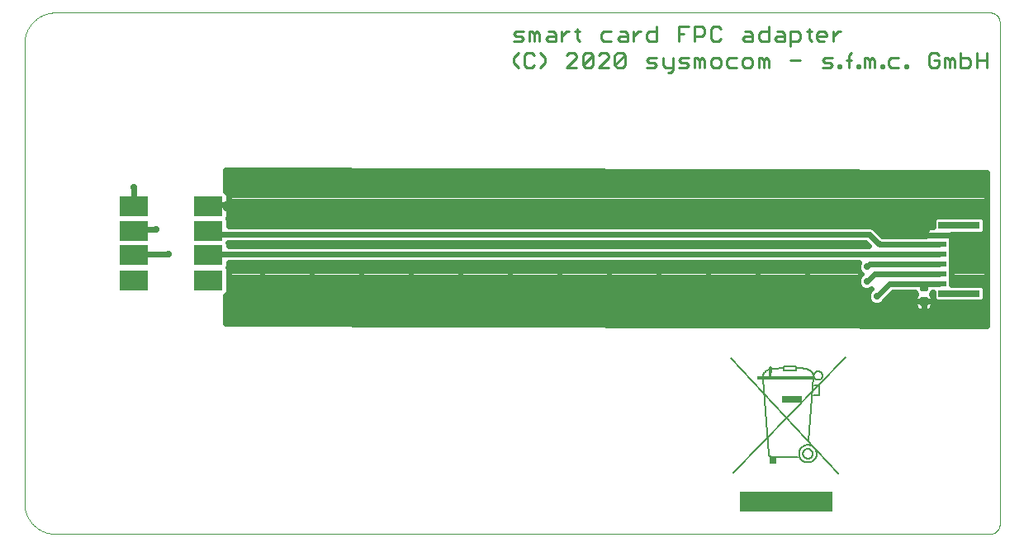
<source format=gtl>
G75*
%MOIN*%
%OFA0B0*%
%FSLAX25Y25*%
%IPPOS*%
%LPD*%
%AMOC8*
5,1,8,0,0,1.08239X$1,22.5*
%
%ADD10C,0.00000*%
%ADD11C,0.01000*%
%ADD12R,0.11811X0.07874*%
%ADD13R,0.05906X0.02362*%
%ADD14R,0.16535X0.02756*%
%ADD15C,0.00945*%
%ADD16C,0.00787*%
%ADD17R,0.23130X0.01673*%
%ADD18R,0.07972X0.02756*%
%ADD19R,0.02756X0.02657*%
%ADD20R,0.37795X0.07874*%
%ADD21C,0.02362*%
%ADD22C,0.02781*%
D10*
X0013770Y0002234D02*
X0391014Y0002234D01*
X0391138Y0002236D01*
X0391261Y0002242D01*
X0391385Y0002251D01*
X0391507Y0002265D01*
X0391630Y0002282D01*
X0391752Y0002304D01*
X0391873Y0002329D01*
X0391993Y0002358D01*
X0392112Y0002390D01*
X0392231Y0002427D01*
X0392348Y0002467D01*
X0392463Y0002510D01*
X0392578Y0002558D01*
X0392690Y0002609D01*
X0392801Y0002663D01*
X0392911Y0002721D01*
X0393018Y0002782D01*
X0393124Y0002847D01*
X0393227Y0002915D01*
X0393328Y0002986D01*
X0393427Y0003060D01*
X0393524Y0003137D01*
X0393618Y0003218D01*
X0393709Y0003301D01*
X0393798Y0003387D01*
X0393884Y0003476D01*
X0393967Y0003567D01*
X0394048Y0003661D01*
X0394125Y0003758D01*
X0394199Y0003857D01*
X0394270Y0003958D01*
X0394338Y0004061D01*
X0394403Y0004167D01*
X0394464Y0004274D01*
X0394522Y0004384D01*
X0394576Y0004495D01*
X0394627Y0004607D01*
X0394675Y0004722D01*
X0394718Y0004837D01*
X0394758Y0004954D01*
X0394795Y0005073D01*
X0394827Y0005192D01*
X0394856Y0005312D01*
X0394881Y0005433D01*
X0394903Y0005555D01*
X0394920Y0005678D01*
X0394934Y0005800D01*
X0394943Y0005924D01*
X0394949Y0006047D01*
X0394951Y0006171D01*
X0394951Y0208927D01*
X0394949Y0209051D01*
X0394943Y0209174D01*
X0394934Y0209298D01*
X0394920Y0209420D01*
X0394903Y0209543D01*
X0394881Y0209665D01*
X0394856Y0209786D01*
X0394827Y0209906D01*
X0394795Y0210025D01*
X0394758Y0210144D01*
X0394718Y0210261D01*
X0394675Y0210376D01*
X0394627Y0210491D01*
X0394576Y0210603D01*
X0394522Y0210714D01*
X0394464Y0210824D01*
X0394403Y0210931D01*
X0394338Y0211037D01*
X0394270Y0211140D01*
X0394199Y0211241D01*
X0394125Y0211340D01*
X0394048Y0211437D01*
X0393967Y0211531D01*
X0393884Y0211622D01*
X0393798Y0211711D01*
X0393709Y0211797D01*
X0393618Y0211880D01*
X0393524Y0211961D01*
X0393427Y0212038D01*
X0393328Y0212112D01*
X0393227Y0212183D01*
X0393124Y0212251D01*
X0393018Y0212316D01*
X0392911Y0212377D01*
X0392801Y0212435D01*
X0392690Y0212489D01*
X0392578Y0212540D01*
X0392463Y0212588D01*
X0392348Y0212631D01*
X0392231Y0212671D01*
X0392112Y0212708D01*
X0391993Y0212740D01*
X0391873Y0212769D01*
X0391752Y0212794D01*
X0391630Y0212816D01*
X0391507Y0212833D01*
X0391385Y0212847D01*
X0391261Y0212856D01*
X0391138Y0212862D01*
X0391014Y0212864D01*
X0013770Y0212864D01*
X0013467Y0212860D01*
X0013165Y0212849D01*
X0012863Y0212831D01*
X0012562Y0212806D01*
X0012261Y0212773D01*
X0011961Y0212733D01*
X0011662Y0212685D01*
X0011365Y0212631D01*
X0011068Y0212569D01*
X0010774Y0212500D01*
X0010481Y0212424D01*
X0010190Y0212341D01*
X0009901Y0212251D01*
X0009615Y0212154D01*
X0009330Y0212050D01*
X0009049Y0211940D01*
X0008770Y0211822D01*
X0008494Y0211698D01*
X0008221Y0211567D01*
X0007952Y0211430D01*
X0007685Y0211286D01*
X0007423Y0211136D01*
X0007164Y0210979D01*
X0006909Y0210817D01*
X0006658Y0210648D01*
X0006411Y0210473D01*
X0006168Y0210292D01*
X0005930Y0210106D01*
X0005697Y0209913D01*
X0005468Y0209715D01*
X0005244Y0209512D01*
X0005025Y0209303D01*
X0004811Y0209089D01*
X0004602Y0208870D01*
X0004399Y0208646D01*
X0004201Y0208417D01*
X0004008Y0208184D01*
X0003822Y0207946D01*
X0003641Y0207703D01*
X0003466Y0207456D01*
X0003297Y0207205D01*
X0003135Y0206950D01*
X0002978Y0206691D01*
X0002828Y0206429D01*
X0002684Y0206162D01*
X0002547Y0205893D01*
X0002416Y0205620D01*
X0002292Y0205344D01*
X0002174Y0205065D01*
X0002064Y0204784D01*
X0001960Y0204499D01*
X0001863Y0204213D01*
X0001773Y0203924D01*
X0001690Y0203633D01*
X0001614Y0203340D01*
X0001545Y0203046D01*
X0001483Y0202749D01*
X0001429Y0202452D01*
X0001381Y0202153D01*
X0001341Y0201853D01*
X0001308Y0201552D01*
X0001283Y0201251D01*
X0001265Y0200949D01*
X0001254Y0200647D01*
X0001250Y0200344D01*
X0001250Y0014754D01*
X0001254Y0014451D01*
X0001265Y0014149D01*
X0001283Y0013847D01*
X0001308Y0013546D01*
X0001341Y0013245D01*
X0001381Y0012945D01*
X0001429Y0012646D01*
X0001483Y0012349D01*
X0001545Y0012052D01*
X0001614Y0011758D01*
X0001690Y0011465D01*
X0001773Y0011174D01*
X0001863Y0010885D01*
X0001960Y0010599D01*
X0002064Y0010314D01*
X0002174Y0010033D01*
X0002292Y0009754D01*
X0002416Y0009478D01*
X0002547Y0009205D01*
X0002684Y0008936D01*
X0002828Y0008669D01*
X0002978Y0008407D01*
X0003135Y0008148D01*
X0003297Y0007893D01*
X0003466Y0007642D01*
X0003641Y0007395D01*
X0003822Y0007152D01*
X0004008Y0006914D01*
X0004201Y0006681D01*
X0004399Y0006452D01*
X0004602Y0006228D01*
X0004811Y0006009D01*
X0005025Y0005795D01*
X0005244Y0005586D01*
X0005468Y0005383D01*
X0005697Y0005185D01*
X0005930Y0004992D01*
X0006168Y0004806D01*
X0006411Y0004625D01*
X0006658Y0004450D01*
X0006909Y0004281D01*
X0007164Y0004119D01*
X0007423Y0003962D01*
X0007685Y0003812D01*
X0007952Y0003668D01*
X0008221Y0003531D01*
X0008494Y0003400D01*
X0008770Y0003276D01*
X0009049Y0003158D01*
X0009330Y0003048D01*
X0009615Y0002944D01*
X0009901Y0002847D01*
X0010190Y0002757D01*
X0010481Y0002674D01*
X0010774Y0002598D01*
X0011068Y0002529D01*
X0011365Y0002467D01*
X0011662Y0002413D01*
X0011961Y0002365D01*
X0012261Y0002325D01*
X0012562Y0002292D01*
X0012863Y0002267D01*
X0013165Y0002249D01*
X0013467Y0002238D01*
X0013770Y0002234D01*
D11*
X0260910Y0188733D02*
X0261911Y0188733D01*
X0262911Y0189733D01*
X0262911Y0194738D01*
X0265353Y0193737D02*
X0266354Y0192736D01*
X0268356Y0192736D01*
X0269357Y0191735D01*
X0268356Y0190734D01*
X0265353Y0190734D01*
X0262911Y0190734D02*
X0259909Y0190734D01*
X0258908Y0191735D01*
X0258908Y0194738D01*
X0256466Y0194738D02*
X0253463Y0194738D01*
X0252462Y0193737D01*
X0253463Y0192736D01*
X0255465Y0192736D01*
X0256466Y0191735D01*
X0255465Y0190734D01*
X0252462Y0190734D01*
X0243575Y0191735D02*
X0243575Y0195739D01*
X0239571Y0191735D01*
X0240572Y0190734D01*
X0242574Y0190734D01*
X0243575Y0191735D01*
X0239571Y0191735D02*
X0239571Y0195739D01*
X0240572Y0196739D01*
X0242574Y0196739D01*
X0243575Y0195739D01*
X0237129Y0195739D02*
X0236129Y0196739D01*
X0234127Y0196739D01*
X0233126Y0195739D01*
X0230684Y0195739D02*
X0226680Y0191735D01*
X0227681Y0190734D01*
X0229683Y0190734D01*
X0230684Y0191735D01*
X0230684Y0195739D01*
X0229683Y0196739D01*
X0227681Y0196739D01*
X0226680Y0195739D01*
X0226680Y0191735D01*
X0224238Y0190734D02*
X0220235Y0190734D01*
X0224238Y0194738D01*
X0224238Y0195739D01*
X0223238Y0196739D01*
X0221236Y0196739D01*
X0220235Y0195739D01*
X0211494Y0194738D02*
X0211494Y0192736D01*
X0209492Y0190734D01*
X0207050Y0191735D02*
X0206050Y0190734D01*
X0204048Y0190734D01*
X0203047Y0191735D01*
X0203047Y0195739D01*
X0204048Y0196739D01*
X0206050Y0196739D01*
X0207050Y0195739D01*
X0209492Y0196739D02*
X0211494Y0194738D01*
X0212642Y0201234D02*
X0211641Y0202235D01*
X0212642Y0203236D01*
X0215644Y0203236D01*
X0215644Y0204237D02*
X0215644Y0201234D01*
X0212642Y0201234D01*
X0209199Y0201234D02*
X0209199Y0204237D01*
X0208198Y0205238D01*
X0207197Y0204237D01*
X0207197Y0201234D01*
X0205195Y0201234D02*
X0205195Y0205238D01*
X0206196Y0205238D01*
X0207197Y0204237D01*
X0202753Y0205238D02*
X0199751Y0205238D01*
X0198750Y0204237D01*
X0199751Y0203236D01*
X0201753Y0203236D01*
X0202753Y0202235D01*
X0201753Y0201234D01*
X0198750Y0201234D01*
X0200752Y0196739D02*
X0198750Y0194738D01*
X0198750Y0192736D01*
X0200752Y0190734D01*
X0218086Y0201234D02*
X0218086Y0205238D01*
X0218086Y0203236D02*
X0220088Y0205238D01*
X0221089Y0205238D01*
X0223458Y0205238D02*
X0225459Y0205238D01*
X0224459Y0206239D02*
X0224459Y0202235D01*
X0225459Y0201234D01*
X0215644Y0204237D02*
X0214644Y0205238D01*
X0212642Y0205238D01*
X0234200Y0204237D02*
X0234200Y0202235D01*
X0235201Y0201234D01*
X0238204Y0201234D01*
X0240646Y0202235D02*
X0241647Y0203236D01*
X0244649Y0203236D01*
X0244649Y0204237D02*
X0244649Y0201234D01*
X0241647Y0201234D01*
X0240646Y0202235D01*
X0241647Y0205238D02*
X0243648Y0205238D01*
X0244649Y0204237D01*
X0247091Y0205238D02*
X0247091Y0201234D01*
X0247091Y0203236D02*
X0249093Y0205238D01*
X0250094Y0205238D01*
X0252462Y0204237D02*
X0253463Y0205238D01*
X0256466Y0205238D01*
X0256466Y0207239D02*
X0256466Y0201234D01*
X0253463Y0201234D01*
X0252462Y0202235D01*
X0252462Y0204237D01*
X0238204Y0205238D02*
X0235201Y0205238D01*
X0234200Y0204237D01*
X0237129Y0195739D02*
X0237129Y0194738D01*
X0233126Y0190734D01*
X0237129Y0190734D01*
X0265353Y0193737D02*
X0266354Y0194738D01*
X0269357Y0194738D01*
X0271799Y0194738D02*
X0272800Y0194738D01*
X0273801Y0193737D01*
X0274802Y0194738D01*
X0275802Y0193737D01*
X0275802Y0190734D01*
X0273801Y0190734D02*
X0273801Y0193737D01*
X0271799Y0194738D02*
X0271799Y0190734D01*
X0278244Y0191735D02*
X0278244Y0193737D01*
X0279245Y0194738D01*
X0281247Y0194738D01*
X0282248Y0193737D01*
X0282248Y0191735D01*
X0281247Y0190734D01*
X0279245Y0190734D01*
X0278244Y0191735D01*
X0284690Y0191735D02*
X0284690Y0193737D01*
X0285691Y0194738D01*
X0288693Y0194738D01*
X0291135Y0193737D02*
X0291135Y0191735D01*
X0292136Y0190734D01*
X0294138Y0190734D01*
X0295139Y0191735D01*
X0295139Y0193737D01*
X0294138Y0194738D01*
X0292136Y0194738D01*
X0291135Y0193737D01*
X0288693Y0190734D02*
X0285691Y0190734D01*
X0284690Y0191735D01*
X0281247Y0201234D02*
X0279245Y0201234D01*
X0278244Y0202235D01*
X0278244Y0206239D01*
X0279245Y0207239D01*
X0281247Y0207239D01*
X0282248Y0206239D01*
X0282248Y0202235D02*
X0281247Y0201234D01*
X0275802Y0204237D02*
X0275802Y0206239D01*
X0274802Y0207239D01*
X0271799Y0207239D01*
X0271799Y0201234D01*
X0271799Y0203236D02*
X0274802Y0203236D01*
X0275802Y0204237D01*
X0269357Y0207239D02*
X0265353Y0207239D01*
X0265353Y0201234D01*
X0265353Y0204237D02*
X0267355Y0204237D01*
X0291135Y0202235D02*
X0292136Y0201234D01*
X0295139Y0201234D01*
X0295139Y0204237D01*
X0294138Y0205238D01*
X0292136Y0205238D01*
X0292136Y0203236D02*
X0295139Y0203236D01*
X0297581Y0204237D02*
X0298582Y0205238D01*
X0301584Y0205238D01*
X0301584Y0207239D02*
X0301584Y0201234D01*
X0298582Y0201234D01*
X0297581Y0202235D01*
X0297581Y0204237D01*
X0304026Y0202235D02*
X0305027Y0203236D01*
X0308030Y0203236D01*
X0308030Y0204237D02*
X0308030Y0201234D01*
X0305027Y0201234D01*
X0304026Y0202235D01*
X0305027Y0205238D02*
X0307029Y0205238D01*
X0308030Y0204237D01*
X0310472Y0205238D02*
X0313475Y0205238D01*
X0314475Y0204237D01*
X0314475Y0202235D01*
X0313475Y0201234D01*
X0310472Y0201234D01*
X0310472Y0199233D02*
X0310472Y0205238D01*
X0316917Y0205238D02*
X0318919Y0205238D01*
X0317918Y0206239D02*
X0317918Y0202235D01*
X0318919Y0201234D01*
X0321214Y0202235D02*
X0321214Y0204237D01*
X0322215Y0205238D01*
X0324217Y0205238D01*
X0325218Y0204237D01*
X0325218Y0203236D01*
X0321214Y0203236D01*
X0321214Y0202235D02*
X0322215Y0201234D01*
X0324217Y0201234D01*
X0327660Y0201234D02*
X0327660Y0205238D01*
X0327660Y0203236D02*
X0329662Y0205238D01*
X0330663Y0205238D01*
X0335033Y0196739D02*
X0334032Y0195739D01*
X0334032Y0190734D01*
X0330809Y0190734D02*
X0330809Y0191735D01*
X0329808Y0191735D01*
X0329808Y0190734D01*
X0330809Y0190734D01*
X0327366Y0191735D02*
X0326366Y0192736D01*
X0324364Y0192736D01*
X0323363Y0193737D01*
X0324364Y0194738D01*
X0327366Y0194738D01*
X0327366Y0191735D02*
X0326366Y0190734D01*
X0323363Y0190734D01*
X0314475Y0193737D02*
X0310472Y0193737D01*
X0301584Y0193737D02*
X0301584Y0190734D01*
X0299583Y0190734D02*
X0299583Y0193737D01*
X0300584Y0194738D01*
X0301584Y0193737D01*
X0299583Y0193737D02*
X0298582Y0194738D01*
X0297581Y0194738D01*
X0297581Y0190734D01*
X0291135Y0202235D02*
X0292136Y0203236D01*
X0333031Y0193737D02*
X0335033Y0193737D01*
X0337328Y0191735D02*
X0338329Y0191735D01*
X0338329Y0190734D01*
X0337328Y0190734D01*
X0337328Y0191735D01*
X0340551Y0190734D02*
X0340551Y0194738D01*
X0341552Y0194738D01*
X0342553Y0193737D01*
X0343553Y0194738D01*
X0344554Y0193737D01*
X0344554Y0190734D01*
X0342553Y0190734D02*
X0342553Y0193737D01*
X0346996Y0191735D02*
X0347997Y0191735D01*
X0347997Y0190734D01*
X0346996Y0190734D01*
X0346996Y0191735D01*
X0350219Y0191735D02*
X0351220Y0190734D01*
X0354223Y0190734D01*
X0356665Y0190734D02*
X0356665Y0191735D01*
X0357666Y0191735D01*
X0357666Y0190734D01*
X0356665Y0190734D01*
X0354223Y0194738D02*
X0351220Y0194738D01*
X0350219Y0193737D01*
X0350219Y0191735D01*
X0366333Y0191735D02*
X0367334Y0190734D01*
X0369335Y0190734D01*
X0370336Y0191735D01*
X0370336Y0193737D01*
X0368335Y0193737D01*
X0370336Y0195739D02*
X0369335Y0196739D01*
X0367334Y0196739D01*
X0366333Y0195739D01*
X0366333Y0191735D01*
X0372778Y0190734D02*
X0372778Y0194738D01*
X0373779Y0194738D01*
X0374780Y0193737D01*
X0375781Y0194738D01*
X0376782Y0193737D01*
X0376782Y0190734D01*
X0374780Y0190734D02*
X0374780Y0193737D01*
X0379224Y0194738D02*
X0382226Y0194738D01*
X0383227Y0193737D01*
X0383227Y0191735D01*
X0382226Y0190734D01*
X0379224Y0190734D01*
X0379224Y0196739D01*
X0385669Y0196739D02*
X0385669Y0190734D01*
X0389673Y0190734D02*
X0389673Y0196739D01*
X0389673Y0193737D02*
X0385669Y0193737D01*
D12*
X0075541Y0134793D03*
X0075541Y0124793D03*
X0075541Y0114833D03*
X0075541Y0104793D03*
X0045541Y0104793D03*
X0045541Y0114833D03*
X0045541Y0124793D03*
X0045541Y0134793D03*
D13*
X0370281Y0123077D03*
X0370281Y0119140D03*
X0370281Y0115203D03*
X0370281Y0111266D03*
X0370281Y0107329D03*
X0370281Y0103392D03*
D14*
X0378549Y0099455D03*
X0378549Y0127014D03*
D15*
X0365353Y0103533D02*
X0365353Y0100935D01*
X0363147Y0100935D01*
X0363147Y0103533D01*
X0365353Y0103533D01*
X0365353Y0101879D02*
X0363147Y0101879D01*
X0363147Y0102823D02*
X0365353Y0102823D01*
X0365353Y0097533D02*
X0365353Y0094935D01*
X0363147Y0094935D01*
X0363147Y0097533D01*
X0365353Y0097533D01*
X0365353Y0095879D02*
X0363147Y0095879D01*
X0363147Y0096823D02*
X0365353Y0096823D01*
D16*
X0332841Y0073573D02*
X0287565Y0027116D01*
X0301738Y0034596D02*
X0299376Y0064911D01*
X0299376Y0065699D01*
X0302132Y0065699D02*
X0302526Y0065699D01*
X0302722Y0069242D01*
X0302723Y0069242D02*
X0302725Y0069281D01*
X0302723Y0069321D01*
X0302718Y0069359D01*
X0302709Y0069397D01*
X0302696Y0069434D01*
X0302680Y0069470D01*
X0302660Y0069504D01*
X0302637Y0069535D01*
X0302611Y0069564D01*
X0302582Y0069591D01*
X0302550Y0069614D01*
X0302517Y0069635D01*
X0302482Y0069651D01*
X0302445Y0069665D01*
X0302407Y0069674D01*
X0302368Y0069680D01*
X0302329Y0069682D01*
X0302290Y0069680D01*
X0302251Y0069674D01*
X0302213Y0069665D01*
X0302176Y0069651D01*
X0302141Y0069635D01*
X0302108Y0069614D01*
X0302076Y0069591D01*
X0302047Y0069564D01*
X0302021Y0069535D01*
X0301998Y0069504D01*
X0301978Y0069470D01*
X0301962Y0069434D01*
X0301949Y0069397D01*
X0301940Y0069359D01*
X0301935Y0069321D01*
X0301933Y0069281D01*
X0301935Y0069242D01*
X0302132Y0065699D01*
X0299376Y0065699D02*
X0299378Y0065804D01*
X0299384Y0065909D01*
X0299393Y0066014D01*
X0299406Y0066119D01*
X0299423Y0066223D01*
X0299443Y0066326D01*
X0299468Y0066429D01*
X0299495Y0066530D01*
X0299527Y0066631D01*
X0299562Y0066730D01*
X0299600Y0066828D01*
X0299642Y0066925D01*
X0299688Y0067020D01*
X0299737Y0067113D01*
X0299789Y0067205D01*
X0299844Y0067294D01*
X0299902Y0067382D01*
X0299964Y0067467D01*
X0300028Y0067550D01*
X0300096Y0067631D01*
X0300166Y0067710D01*
X0300239Y0067785D01*
X0300315Y0067859D01*
X0300393Y0067929D01*
X0300474Y0067997D01*
X0300557Y0068061D01*
X0300558Y0068061D02*
X0300660Y0068135D01*
X0300764Y0068206D01*
X0300871Y0068273D01*
X0300979Y0068338D01*
X0301090Y0068399D01*
X0301202Y0068456D01*
X0301316Y0068510D01*
X0301431Y0068561D01*
X0301549Y0068607D01*
X0301667Y0068651D01*
X0301787Y0068690D01*
X0301908Y0068726D01*
X0302030Y0068758D01*
X0302153Y0068786D01*
X0302277Y0068811D01*
X0302401Y0068831D01*
X0302526Y0068848D01*
X0307644Y0068455D02*
X0307644Y0069242D01*
X0307644Y0070030D01*
X0312762Y0070030D01*
X0312762Y0068455D01*
X0307644Y0068455D01*
X0313156Y0069242D02*
X0313549Y0069242D01*
X0317093Y0068848D02*
X0317210Y0068820D01*
X0317327Y0068788D01*
X0317442Y0068753D01*
X0317557Y0068714D01*
X0317670Y0068671D01*
X0317782Y0068625D01*
X0317893Y0068576D01*
X0318002Y0068523D01*
X0318109Y0068467D01*
X0318214Y0068408D01*
X0318318Y0068345D01*
X0318420Y0068280D01*
X0318519Y0068211D01*
X0318617Y0068140D01*
X0318712Y0068065D01*
X0318805Y0067988D01*
X0318895Y0067907D01*
X0318983Y0067824D01*
X0319069Y0067739D01*
X0319152Y0067650D01*
X0319232Y0067560D01*
X0319309Y0067467D01*
X0319383Y0067371D01*
X0319455Y0067274D01*
X0319848Y0066093D02*
X0317880Y0039715D01*
X0315517Y0034695D02*
X0315519Y0034783D01*
X0315525Y0034871D01*
X0315535Y0034959D01*
X0315549Y0035047D01*
X0315566Y0035133D01*
X0315588Y0035219D01*
X0315613Y0035303D01*
X0315643Y0035387D01*
X0315675Y0035469D01*
X0315712Y0035549D01*
X0315752Y0035628D01*
X0315796Y0035705D01*
X0315843Y0035780D01*
X0315893Y0035852D01*
X0315947Y0035923D01*
X0316003Y0035990D01*
X0316063Y0036056D01*
X0316125Y0036118D01*
X0316191Y0036178D01*
X0316258Y0036234D01*
X0316329Y0036288D01*
X0316401Y0036338D01*
X0316476Y0036385D01*
X0316553Y0036429D01*
X0316632Y0036469D01*
X0316712Y0036506D01*
X0316794Y0036538D01*
X0316878Y0036568D01*
X0316962Y0036593D01*
X0317048Y0036615D01*
X0317134Y0036632D01*
X0317222Y0036646D01*
X0317310Y0036656D01*
X0317398Y0036662D01*
X0317486Y0036664D01*
X0317574Y0036662D01*
X0317662Y0036656D01*
X0317750Y0036646D01*
X0317838Y0036632D01*
X0317924Y0036615D01*
X0318010Y0036593D01*
X0318094Y0036568D01*
X0318178Y0036538D01*
X0318260Y0036506D01*
X0318340Y0036469D01*
X0318419Y0036429D01*
X0318496Y0036385D01*
X0318571Y0036338D01*
X0318643Y0036288D01*
X0318714Y0036234D01*
X0318781Y0036178D01*
X0318847Y0036118D01*
X0318909Y0036056D01*
X0318969Y0035990D01*
X0319025Y0035923D01*
X0319079Y0035852D01*
X0319129Y0035780D01*
X0319176Y0035705D01*
X0319220Y0035628D01*
X0319260Y0035549D01*
X0319297Y0035469D01*
X0319329Y0035387D01*
X0319359Y0035303D01*
X0319384Y0035219D01*
X0319406Y0035133D01*
X0319423Y0035047D01*
X0319437Y0034959D01*
X0319447Y0034871D01*
X0319453Y0034783D01*
X0319455Y0034695D01*
X0319453Y0034607D01*
X0319447Y0034519D01*
X0319437Y0034431D01*
X0319423Y0034343D01*
X0319406Y0034257D01*
X0319384Y0034171D01*
X0319359Y0034087D01*
X0319329Y0034003D01*
X0319297Y0033921D01*
X0319260Y0033841D01*
X0319220Y0033762D01*
X0319176Y0033685D01*
X0319129Y0033610D01*
X0319079Y0033538D01*
X0319025Y0033467D01*
X0318969Y0033400D01*
X0318909Y0033334D01*
X0318847Y0033272D01*
X0318781Y0033212D01*
X0318714Y0033156D01*
X0318643Y0033102D01*
X0318571Y0033052D01*
X0318496Y0033005D01*
X0318419Y0032961D01*
X0318340Y0032921D01*
X0318260Y0032884D01*
X0318178Y0032852D01*
X0318094Y0032822D01*
X0318010Y0032797D01*
X0317924Y0032775D01*
X0317838Y0032758D01*
X0317750Y0032744D01*
X0317662Y0032734D01*
X0317574Y0032728D01*
X0317486Y0032726D01*
X0317398Y0032728D01*
X0317310Y0032734D01*
X0317222Y0032744D01*
X0317134Y0032758D01*
X0317048Y0032775D01*
X0316962Y0032797D01*
X0316878Y0032822D01*
X0316794Y0032852D01*
X0316712Y0032884D01*
X0316632Y0032921D01*
X0316553Y0032961D01*
X0316476Y0033005D01*
X0316401Y0033052D01*
X0316329Y0033102D01*
X0316258Y0033156D01*
X0316191Y0033212D01*
X0316125Y0033272D01*
X0316063Y0033334D01*
X0316003Y0033400D01*
X0315947Y0033467D01*
X0315893Y0033538D01*
X0315843Y0033610D01*
X0315796Y0033685D01*
X0315752Y0033762D01*
X0315712Y0033841D01*
X0315675Y0033921D01*
X0315643Y0034003D01*
X0315613Y0034087D01*
X0315588Y0034171D01*
X0315566Y0034257D01*
X0315549Y0034343D01*
X0315535Y0034431D01*
X0315525Y0034519D01*
X0315519Y0034607D01*
X0315517Y0034695D01*
X0313938Y0034695D02*
X0313940Y0034814D01*
X0313946Y0034932D01*
X0313956Y0035050D01*
X0313970Y0035168D01*
X0313987Y0035285D01*
X0314009Y0035402D01*
X0314035Y0035517D01*
X0314064Y0035632D01*
X0314097Y0035746D01*
X0314134Y0035859D01*
X0314175Y0035970D01*
X0314220Y0036080D01*
X0314268Y0036188D01*
X0314319Y0036295D01*
X0314375Y0036400D01*
X0314433Y0036503D01*
X0314495Y0036604D01*
X0314561Y0036703D01*
X0314630Y0036800D01*
X0314702Y0036894D01*
X0314777Y0036986D01*
X0314855Y0037075D01*
X0314936Y0037162D01*
X0315019Y0037245D01*
X0315106Y0037326D01*
X0315195Y0037404D01*
X0315287Y0037479D01*
X0315381Y0037551D01*
X0315478Y0037620D01*
X0315577Y0037686D01*
X0315678Y0037748D01*
X0315781Y0037806D01*
X0315886Y0037862D01*
X0315993Y0037913D01*
X0316101Y0037961D01*
X0316211Y0038006D01*
X0316322Y0038047D01*
X0316435Y0038084D01*
X0316549Y0038117D01*
X0316664Y0038146D01*
X0316779Y0038172D01*
X0316896Y0038194D01*
X0317013Y0038211D01*
X0317131Y0038225D01*
X0317249Y0038235D01*
X0317367Y0038241D01*
X0317486Y0038243D01*
X0317605Y0038241D01*
X0317723Y0038235D01*
X0317841Y0038225D01*
X0317959Y0038211D01*
X0318076Y0038194D01*
X0318193Y0038172D01*
X0318308Y0038146D01*
X0318423Y0038117D01*
X0318537Y0038084D01*
X0318650Y0038047D01*
X0318761Y0038006D01*
X0318871Y0037961D01*
X0318979Y0037913D01*
X0319086Y0037862D01*
X0319191Y0037806D01*
X0319294Y0037748D01*
X0319395Y0037686D01*
X0319494Y0037620D01*
X0319591Y0037551D01*
X0319685Y0037479D01*
X0319777Y0037404D01*
X0319866Y0037326D01*
X0319953Y0037245D01*
X0320036Y0037162D01*
X0320117Y0037075D01*
X0320195Y0036986D01*
X0320270Y0036894D01*
X0320342Y0036800D01*
X0320411Y0036703D01*
X0320477Y0036604D01*
X0320539Y0036503D01*
X0320597Y0036400D01*
X0320653Y0036295D01*
X0320704Y0036188D01*
X0320752Y0036080D01*
X0320797Y0035970D01*
X0320838Y0035859D01*
X0320875Y0035746D01*
X0320908Y0035632D01*
X0320937Y0035517D01*
X0320963Y0035402D01*
X0320985Y0035285D01*
X0321002Y0035168D01*
X0321016Y0035050D01*
X0321026Y0034932D01*
X0321032Y0034814D01*
X0321034Y0034695D01*
X0321032Y0034576D01*
X0321026Y0034458D01*
X0321016Y0034340D01*
X0321002Y0034222D01*
X0320985Y0034105D01*
X0320963Y0033988D01*
X0320937Y0033873D01*
X0320908Y0033758D01*
X0320875Y0033644D01*
X0320838Y0033531D01*
X0320797Y0033420D01*
X0320752Y0033310D01*
X0320704Y0033202D01*
X0320653Y0033095D01*
X0320597Y0032990D01*
X0320539Y0032887D01*
X0320477Y0032786D01*
X0320411Y0032687D01*
X0320342Y0032590D01*
X0320270Y0032496D01*
X0320195Y0032404D01*
X0320117Y0032315D01*
X0320036Y0032228D01*
X0319953Y0032145D01*
X0319866Y0032064D01*
X0319777Y0031986D01*
X0319685Y0031911D01*
X0319591Y0031839D01*
X0319494Y0031770D01*
X0319395Y0031704D01*
X0319294Y0031642D01*
X0319191Y0031584D01*
X0319086Y0031528D01*
X0318979Y0031477D01*
X0318871Y0031429D01*
X0318761Y0031384D01*
X0318650Y0031343D01*
X0318537Y0031306D01*
X0318423Y0031273D01*
X0318308Y0031244D01*
X0318193Y0031218D01*
X0318076Y0031196D01*
X0317959Y0031179D01*
X0317841Y0031165D01*
X0317723Y0031155D01*
X0317605Y0031149D01*
X0317486Y0031147D01*
X0317367Y0031149D01*
X0317249Y0031155D01*
X0317131Y0031165D01*
X0317013Y0031179D01*
X0316896Y0031196D01*
X0316779Y0031218D01*
X0316664Y0031244D01*
X0316549Y0031273D01*
X0316435Y0031306D01*
X0316322Y0031343D01*
X0316211Y0031384D01*
X0316101Y0031429D01*
X0315993Y0031477D01*
X0315886Y0031528D01*
X0315781Y0031584D01*
X0315678Y0031642D01*
X0315577Y0031704D01*
X0315478Y0031770D01*
X0315381Y0031839D01*
X0315287Y0031911D01*
X0315195Y0031986D01*
X0315106Y0032064D01*
X0315019Y0032145D01*
X0314936Y0032228D01*
X0314855Y0032315D01*
X0314777Y0032404D01*
X0314702Y0032496D01*
X0314630Y0032590D01*
X0314561Y0032687D01*
X0314495Y0032786D01*
X0314433Y0032887D01*
X0314375Y0032990D01*
X0314319Y0033095D01*
X0314268Y0033202D01*
X0314220Y0033310D01*
X0314175Y0033420D01*
X0314134Y0033531D01*
X0314097Y0033644D01*
X0314064Y0033758D01*
X0314035Y0033873D01*
X0314009Y0033988D01*
X0313987Y0034105D01*
X0313970Y0034222D01*
X0313956Y0034340D01*
X0313946Y0034458D01*
X0313940Y0034576D01*
X0313938Y0034695D01*
X0313549Y0033415D02*
X0302919Y0033415D01*
X0302853Y0033417D01*
X0302787Y0033422D01*
X0302721Y0033432D01*
X0302656Y0033445D01*
X0302592Y0033461D01*
X0302529Y0033481D01*
X0302467Y0033505D01*
X0302407Y0033532D01*
X0302348Y0033562D01*
X0302291Y0033596D01*
X0302236Y0033633D01*
X0302183Y0033673D01*
X0302132Y0033715D01*
X0302084Y0033761D01*
X0302038Y0033809D01*
X0301996Y0033860D01*
X0301956Y0033913D01*
X0301919Y0033968D01*
X0301885Y0034025D01*
X0301855Y0034084D01*
X0301828Y0034144D01*
X0301804Y0034206D01*
X0301784Y0034269D01*
X0301768Y0034333D01*
X0301755Y0034398D01*
X0301745Y0034464D01*
X0301740Y0034530D01*
X0301738Y0034596D01*
X0329691Y0026722D02*
X0286384Y0073179D01*
X0319455Y0067274D02*
X0319505Y0067199D01*
X0319553Y0067122D01*
X0319597Y0067043D01*
X0319637Y0066963D01*
X0319675Y0066881D01*
X0319709Y0066797D01*
X0319739Y0066712D01*
X0319766Y0066626D01*
X0319789Y0066539D01*
X0319808Y0066451D01*
X0319824Y0066362D01*
X0319836Y0066273D01*
X0319844Y0066183D01*
X0319848Y0066093D01*
X0319848Y0066289D02*
X0319850Y0066373D01*
X0319856Y0066456D01*
X0319866Y0066539D01*
X0319880Y0066622D01*
X0319897Y0066704D01*
X0319919Y0066785D01*
X0319944Y0066864D01*
X0319973Y0066943D01*
X0320006Y0067020D01*
X0320042Y0067095D01*
X0320082Y0067169D01*
X0320125Y0067241D01*
X0320172Y0067310D01*
X0320222Y0067377D01*
X0320275Y0067442D01*
X0320331Y0067504D01*
X0320389Y0067564D01*
X0320451Y0067621D01*
X0320515Y0067674D01*
X0320582Y0067725D01*
X0320651Y0067772D01*
X0320722Y0067817D01*
X0320795Y0067857D01*
X0320870Y0067894D01*
X0320947Y0067928D01*
X0321025Y0067958D01*
X0321104Y0067984D01*
X0321185Y0068007D01*
X0321267Y0068025D01*
X0321349Y0068040D01*
X0321432Y0068051D01*
X0321515Y0068058D01*
X0321599Y0068061D01*
X0321683Y0068060D01*
X0321766Y0068055D01*
X0321850Y0068046D01*
X0321932Y0068033D01*
X0322014Y0068017D01*
X0322095Y0067996D01*
X0322176Y0067972D01*
X0322254Y0067944D01*
X0322332Y0067912D01*
X0322408Y0067876D01*
X0322482Y0067837D01*
X0322554Y0067795D01*
X0322624Y0067749D01*
X0322692Y0067700D01*
X0322757Y0067648D01*
X0322820Y0067593D01*
X0322880Y0067535D01*
X0322938Y0067474D01*
X0322992Y0067410D01*
X0323044Y0067344D01*
X0323092Y0067276D01*
X0323137Y0067205D01*
X0323178Y0067132D01*
X0323217Y0067058D01*
X0323251Y0066982D01*
X0323282Y0066904D01*
X0323309Y0066825D01*
X0323333Y0066744D01*
X0323352Y0066663D01*
X0323368Y0066581D01*
X0323380Y0066498D01*
X0323388Y0066414D01*
X0323392Y0066331D01*
X0323392Y0066247D01*
X0323388Y0066164D01*
X0323380Y0066080D01*
X0323368Y0065997D01*
X0323352Y0065915D01*
X0323333Y0065834D01*
X0323309Y0065753D01*
X0323282Y0065674D01*
X0323251Y0065596D01*
X0323217Y0065520D01*
X0323178Y0065446D01*
X0323137Y0065373D01*
X0323092Y0065302D01*
X0323044Y0065234D01*
X0322992Y0065168D01*
X0322938Y0065104D01*
X0322880Y0065043D01*
X0322820Y0064985D01*
X0322757Y0064930D01*
X0322692Y0064878D01*
X0322624Y0064829D01*
X0322554Y0064783D01*
X0322482Y0064741D01*
X0322408Y0064702D01*
X0322332Y0064666D01*
X0322254Y0064634D01*
X0322176Y0064606D01*
X0322095Y0064582D01*
X0322014Y0064561D01*
X0321932Y0064545D01*
X0321850Y0064532D01*
X0321766Y0064523D01*
X0321683Y0064518D01*
X0321599Y0064517D01*
X0321515Y0064520D01*
X0321432Y0064527D01*
X0321349Y0064538D01*
X0321267Y0064553D01*
X0321185Y0064571D01*
X0321104Y0064594D01*
X0321025Y0064620D01*
X0320947Y0064650D01*
X0320870Y0064684D01*
X0320795Y0064721D01*
X0320722Y0064761D01*
X0320651Y0064806D01*
X0320582Y0064853D01*
X0320515Y0064904D01*
X0320451Y0064957D01*
X0320389Y0065014D01*
X0320331Y0065074D01*
X0320275Y0065136D01*
X0320222Y0065201D01*
X0320172Y0065268D01*
X0320125Y0065337D01*
X0320082Y0065409D01*
X0320042Y0065483D01*
X0320006Y0065558D01*
X0319973Y0065635D01*
X0319944Y0065714D01*
X0319919Y0065793D01*
X0319897Y0065874D01*
X0319880Y0065956D01*
X0319866Y0066039D01*
X0319856Y0066122D01*
X0319850Y0066205D01*
X0319848Y0066289D01*
X0319947Y0062254D02*
X0322211Y0062254D01*
X0322211Y0058219D01*
X0319750Y0058219D01*
X0317092Y0068848D02*
X0316743Y0068923D01*
X0316392Y0068990D01*
X0316040Y0069049D01*
X0315686Y0069100D01*
X0315332Y0069143D01*
X0314976Y0069179D01*
X0314620Y0069206D01*
X0314263Y0069226D01*
X0313906Y0069238D01*
X0313549Y0069242D01*
X0307644Y0069242D02*
X0306361Y0069183D01*
X0305081Y0069097D01*
X0303802Y0068986D01*
X0302525Y0068848D01*
D17*
X0308382Y0065453D03*
D18*
X0311039Y0056644D03*
D19*
X0303510Y0032087D03*
D20*
X0308825Y0015305D03*
D21*
X0389770Y0086245D02*
X0082250Y0087234D01*
X0082250Y0098675D01*
X0082350Y0098675D01*
X0083628Y0099953D01*
X0083628Y0109634D01*
X0083449Y0109813D01*
X0083628Y0109992D01*
X0083628Y0111841D01*
X0338049Y0111841D01*
X0337678Y0110945D01*
X0337678Y0109524D01*
X0338222Y0108211D01*
X0339199Y0107234D01*
X0338222Y0106257D01*
X0337678Y0104945D01*
X0337678Y0103524D01*
X0338222Y0102211D01*
X0339227Y0101206D01*
X0340540Y0100663D01*
X0341960Y0100663D01*
X0343099Y0101134D01*
X0342222Y0100257D01*
X0341678Y0098945D01*
X0341678Y0097524D01*
X0342222Y0096211D01*
X0343227Y0095206D01*
X0344540Y0094663D01*
X0345960Y0094663D01*
X0347273Y0095206D01*
X0348278Y0096211D01*
X0348487Y0096717D01*
X0351800Y0100030D01*
X0360651Y0100030D01*
X0360898Y0099432D01*
X0361096Y0099234D01*
X0361086Y0099225D01*
X0360796Y0098790D01*
X0360596Y0098307D01*
X0360494Y0097795D01*
X0360494Y0096234D01*
X0360494Y0094674D01*
X0360596Y0094161D01*
X0360796Y0093678D01*
X0361086Y0093244D01*
X0361456Y0092874D01*
X0361891Y0092584D01*
X0362374Y0092383D01*
X0362886Y0092281D01*
X0364250Y0092281D01*
X0365614Y0092281D01*
X0366126Y0092383D01*
X0366609Y0092584D01*
X0367044Y0092874D01*
X0367413Y0093244D01*
X0367704Y0093678D01*
X0367904Y0094161D01*
X0368006Y0094674D01*
X0368006Y0096234D01*
X0364250Y0096234D01*
X0364250Y0092281D01*
X0364250Y0096234D01*
X0364250Y0096234D01*
X0364250Y0096234D01*
X0360494Y0096234D01*
X0364250Y0096234D01*
X0364250Y0096234D01*
X0368006Y0096234D01*
X0368006Y0097795D01*
X0367904Y0098307D01*
X0367704Y0098790D01*
X0367413Y0099225D01*
X0367404Y0099234D01*
X0367602Y0099432D01*
X0367849Y0100030D01*
X0368100Y0100030D01*
X0368100Y0097173D01*
X0369378Y0095896D01*
X0387720Y0095896D01*
X0388998Y0097173D01*
X0388998Y0101736D01*
X0387720Y0103014D01*
X0375415Y0103014D01*
X0375415Y0121224D01*
X0375334Y0121305D01*
X0375415Y0121609D01*
X0375415Y0123077D01*
X0375415Y0123455D01*
X0387720Y0123455D01*
X0388998Y0124732D01*
X0388998Y0129295D01*
X0387720Y0130573D01*
X0369378Y0130573D01*
X0368100Y0129295D01*
X0368100Y0126439D01*
X0367042Y0126439D01*
X0366487Y0126290D01*
X0365990Y0126003D01*
X0365583Y0125597D01*
X0365296Y0125100D01*
X0365148Y0124545D01*
X0365148Y0123077D01*
X0370281Y0123077D01*
X0370281Y0123077D01*
X0365148Y0123077D01*
X0365148Y0122502D01*
X0347975Y0122502D01*
X0347863Y0122513D01*
X0347656Y0122599D01*
X0347569Y0122670D01*
X0347229Y0123010D01*
X0347096Y0123143D01*
X0344155Y0126085D01*
X0342919Y0126596D01*
X0083628Y0126596D01*
X0083628Y0129634D01*
X0083394Y0129867D01*
X0083479Y0130014D01*
X0083628Y0130569D01*
X0083628Y0134006D01*
X0082250Y0134006D01*
X0082250Y0135581D01*
X0083628Y0135581D01*
X0083628Y0139017D01*
X0083479Y0139572D01*
X0083192Y0140070D01*
X0082786Y0140476D01*
X0082289Y0140763D01*
X0082250Y0140773D01*
X0082250Y0149234D01*
X0389770Y0148245D01*
X0389770Y0086245D01*
X0389770Y0087220D02*
X0086673Y0087220D01*
X0082250Y0089581D02*
X0389770Y0089581D01*
X0389770Y0091941D02*
X0082250Y0091941D01*
X0082250Y0094302D02*
X0360568Y0094302D01*
X0360494Y0096663D02*
X0348465Y0096663D01*
X0345250Y0098234D02*
X0350407Y0103392D01*
X0365407Y0103392D01*
X0368250Y0103392D01*
X0370281Y0103392D01*
X0370281Y0107329D02*
X0344344Y0107329D01*
X0341250Y0104234D01*
X0339049Y0101384D02*
X0083628Y0101384D01*
X0083628Y0103745D02*
X0337678Y0103745D01*
X0338159Y0106106D02*
X0083628Y0106106D01*
X0083628Y0108466D02*
X0338116Y0108466D01*
X0337678Y0110827D02*
X0083628Y0110827D01*
X0076435Y0115203D02*
X0076364Y0115201D01*
X0076293Y0115195D01*
X0076223Y0115185D01*
X0076154Y0115171D01*
X0076085Y0115154D01*
X0076018Y0115132D01*
X0075951Y0115107D01*
X0075887Y0115078D01*
X0075824Y0115045D01*
X0075763Y0115009D01*
X0075704Y0114970D01*
X0075647Y0114927D01*
X0075593Y0114881D01*
X0075541Y0114833D01*
X0076435Y0115203D02*
X0370281Y0115203D01*
X0375415Y0115549D02*
X0389770Y0115549D01*
X0389770Y0117909D02*
X0375415Y0117909D01*
X0375415Y0120270D02*
X0389770Y0120270D01*
X0389770Y0122631D02*
X0375415Y0122631D01*
X0375415Y0123077D02*
X0370282Y0123077D01*
X0375415Y0123077D01*
X0370282Y0123077D02*
X0370282Y0123077D01*
X0370281Y0123077D02*
X0359038Y0123077D01*
X0356254Y0124230D02*
X0345250Y0135234D01*
X0076606Y0135234D01*
X0076532Y0135232D01*
X0076458Y0135227D01*
X0076385Y0135218D01*
X0076312Y0135205D01*
X0076240Y0135189D01*
X0076169Y0135169D01*
X0076099Y0135146D01*
X0076030Y0135119D01*
X0075963Y0135090D01*
X0075897Y0135056D01*
X0075832Y0135020D01*
X0075770Y0134980D01*
X0075709Y0134938D01*
X0075651Y0134892D01*
X0075595Y0134844D01*
X0075542Y0134793D01*
X0082250Y0134434D02*
X0389770Y0134434D01*
X0389770Y0132074D02*
X0083628Y0132074D01*
X0083549Y0129713D02*
X0368518Y0129713D01*
X0368100Y0127352D02*
X0083628Y0127352D01*
X0078731Y0123234D02*
X0078607Y0123236D01*
X0078484Y0123242D01*
X0078360Y0123251D01*
X0078238Y0123265D01*
X0078115Y0123282D01*
X0077993Y0123304D01*
X0077872Y0123329D01*
X0077752Y0123358D01*
X0077633Y0123390D01*
X0077514Y0123427D01*
X0077397Y0123467D01*
X0077282Y0123510D01*
X0077167Y0123558D01*
X0077055Y0123609D01*
X0076944Y0123663D01*
X0076834Y0123721D01*
X0076727Y0123782D01*
X0076621Y0123847D01*
X0076518Y0123915D01*
X0076417Y0123986D01*
X0076318Y0124060D01*
X0076221Y0124137D01*
X0076127Y0124218D01*
X0076036Y0124301D01*
X0075947Y0124387D01*
X0075541Y0124793D01*
X0078731Y0123234D02*
X0342250Y0123234D01*
X0345191Y0120293D01*
X0347975Y0119140D02*
X0370281Y0119140D01*
X0365148Y0122631D02*
X0347617Y0122631D01*
X0345191Y0120293D02*
X0345280Y0120207D01*
X0345371Y0120124D01*
X0345465Y0120043D01*
X0345562Y0119966D01*
X0345661Y0119892D01*
X0345762Y0119821D01*
X0345865Y0119753D01*
X0345971Y0119688D01*
X0346078Y0119627D01*
X0346188Y0119569D01*
X0346299Y0119515D01*
X0346411Y0119464D01*
X0346526Y0119416D01*
X0346641Y0119373D01*
X0346758Y0119333D01*
X0346877Y0119296D01*
X0346996Y0119264D01*
X0347116Y0119235D01*
X0347237Y0119210D01*
X0347359Y0119188D01*
X0347482Y0119171D01*
X0347604Y0119157D01*
X0347728Y0119148D01*
X0347851Y0119142D01*
X0347975Y0119140D01*
X0342164Y0118565D02*
X0083628Y0118565D01*
X0083628Y0119673D01*
X0083488Y0119813D01*
X0083547Y0119872D01*
X0340857Y0119872D01*
X0342164Y0118565D01*
X0345248Y0124991D02*
X0365267Y0124991D01*
X0359038Y0123077D02*
X0358914Y0123079D01*
X0358791Y0123085D01*
X0358667Y0123094D01*
X0358545Y0123108D01*
X0358422Y0123125D01*
X0358300Y0123147D01*
X0358179Y0123172D01*
X0358059Y0123201D01*
X0357940Y0123233D01*
X0357821Y0123270D01*
X0357704Y0123310D01*
X0357589Y0123353D01*
X0357474Y0123401D01*
X0357362Y0123452D01*
X0357251Y0123506D01*
X0357141Y0123564D01*
X0357034Y0123625D01*
X0356928Y0123690D01*
X0356825Y0123758D01*
X0356724Y0123829D01*
X0356625Y0123903D01*
X0356528Y0123980D01*
X0356434Y0124061D01*
X0356343Y0124144D01*
X0356254Y0124230D01*
X0375415Y0113188D02*
X0389770Y0113188D01*
X0389770Y0110827D02*
X0375415Y0110827D01*
X0375415Y0108466D02*
X0389770Y0108466D01*
X0389770Y0106106D02*
X0375415Y0106106D01*
X0375415Y0103745D02*
X0389770Y0103745D01*
X0389770Y0101384D02*
X0388998Y0101384D01*
X0388998Y0099024D02*
X0389770Y0099024D01*
X0389770Y0096663D02*
X0388488Y0096663D01*
X0389770Y0094302D02*
X0367932Y0094302D01*
X0368006Y0096663D02*
X0368611Y0096663D01*
X0368100Y0099024D02*
X0367548Y0099024D01*
X0364250Y0102234D02*
X0365407Y0103392D01*
X0360952Y0099024D02*
X0350794Y0099024D01*
X0342035Y0096663D02*
X0082250Y0096663D01*
X0082699Y0099024D02*
X0341711Y0099024D01*
X0341250Y0110234D02*
X0342281Y0111266D01*
X0370281Y0111266D01*
X0388998Y0124991D02*
X0389770Y0124991D01*
X0389770Y0127352D02*
X0388998Y0127352D01*
X0388580Y0129713D02*
X0389770Y0129713D01*
X0389770Y0136795D02*
X0083628Y0136795D01*
X0083591Y0139156D02*
X0389770Y0139156D01*
X0389770Y0141516D02*
X0082250Y0141516D01*
X0082250Y0143877D02*
X0389770Y0143877D01*
X0389770Y0146238D02*
X0082250Y0146238D01*
X0082250Y0148599D02*
X0279922Y0148599D01*
X0364250Y0094302D02*
X0364250Y0094302D01*
X0059250Y0115234D02*
X0045943Y0115234D01*
X0045541Y0114833D01*
X0045541Y0124793D02*
X0045543Y0124834D01*
X0045549Y0124874D01*
X0045558Y0124914D01*
X0045571Y0124952D01*
X0045587Y0124990D01*
X0045607Y0125025D01*
X0045630Y0125059D01*
X0045656Y0125090D01*
X0045685Y0125119D01*
X0045716Y0125145D01*
X0045750Y0125168D01*
X0045785Y0125188D01*
X0045823Y0125204D01*
X0045861Y0125217D01*
X0045901Y0125226D01*
X0045941Y0125232D01*
X0045982Y0125234D01*
X0054250Y0125234D01*
X0045541Y0134793D02*
X0045541Y0142234D01*
X0045250Y0142234D01*
D22*
X0045250Y0142234D03*
X0054250Y0125234D03*
X0059250Y0115234D03*
X0097250Y0119234D03*
X0097250Y0130234D03*
X0117250Y0130234D03*
X0117250Y0119234D03*
X0137250Y0119234D03*
X0137250Y0130234D03*
X0157250Y0130234D03*
X0157250Y0119234D03*
X0177250Y0119234D03*
X0177250Y0130234D03*
X0197250Y0130234D03*
X0197250Y0119234D03*
X0217250Y0119234D03*
X0217250Y0130234D03*
X0237250Y0130234D03*
X0237250Y0119234D03*
X0257250Y0119234D03*
X0257250Y0130234D03*
X0277250Y0130234D03*
X0277250Y0119234D03*
X0297250Y0119234D03*
X0297250Y0130234D03*
X0317250Y0130234D03*
X0317250Y0119234D03*
X0337250Y0119234D03*
X0341250Y0110234D03*
X0341250Y0104234D03*
X0345250Y0098234D03*
X0317250Y0106234D03*
X0297250Y0106234D03*
X0277250Y0106234D03*
X0257250Y0106234D03*
X0237250Y0106234D03*
X0217250Y0106234D03*
X0197250Y0106234D03*
X0177250Y0106234D03*
X0157250Y0106234D03*
X0137250Y0106234D03*
X0117250Y0106234D03*
X0097250Y0106234D03*
X0337250Y0130234D03*
X0357250Y0130234D03*
M02*

</source>
